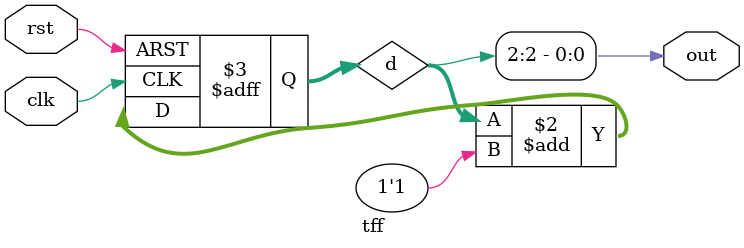
<source format=sv>
module tff ( input logic clk, rst, output logic  out);
    logic [2:0] d;

        always_ff @( posedge clk, posedge rst ) begin : blockName
            if (rst) d <=0;
            else d<= d + 1'b1;
        end

        assign out = d[2];
    
endmodule 
</source>
